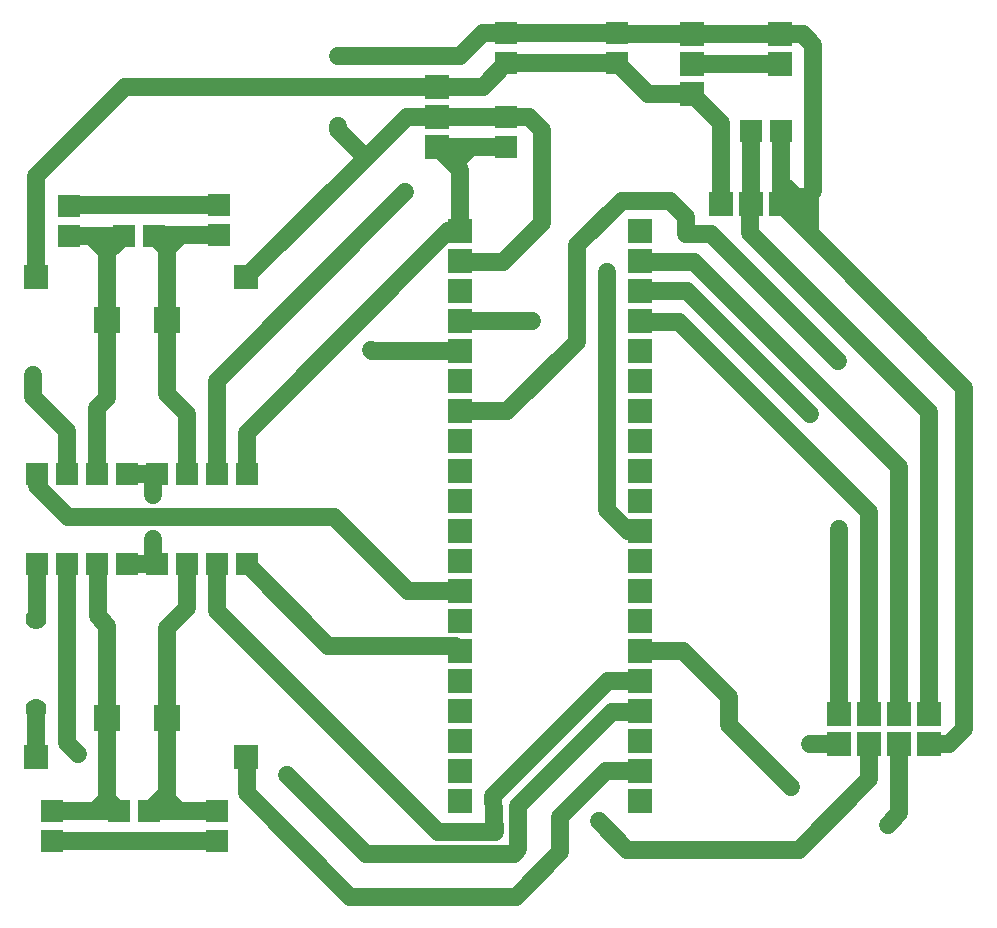
<source format=gbr>
G04 PROTEUS RS274X GERBER FILE*
%FSLAX45Y45*%
%MOMM*%
G01*
%ADD10C,1.524000*%
%ADD11C,0.762000*%
%ADD12R,1.905000X1.905000*%
%ADD13R,2.032000X2.032000*%
%ADD14R,2.286000X2.286000*%
%ADD15C,1.778000*%
D10*
X+2080000Y+776000D02*
X+680000Y+776000D01*
X+1658000Y+1184000D02*
X+1658000Y+1129160D01*
X+1757160Y+1030000D01*
X+1504000Y+1030000D02*
X+1757160Y+1030000D01*
X+2080000Y+1030000D01*
X+1658000Y+1820000D02*
X+1658000Y+1184000D01*
X+1504000Y+1030000D01*
X+1150000Y+1130000D02*
X+1050000Y+1030000D01*
X+1043766Y+1030000D01*
X+680000Y+1030000D02*
X+1043766Y+1030000D01*
X+1050000Y+1030000D02*
X+1250000Y+1030000D01*
X+1150000Y+1130000D02*
X+1250000Y+1030000D01*
X+2100000Y+6160000D02*
X+836000Y+6160000D01*
X+830000Y+6154000D01*
X+1760000Y+5906000D02*
X+1760000Y+5888000D01*
X+1658000Y+5786000D01*
X+2100000Y+5906000D02*
X+1760000Y+5906000D01*
X+1550000Y+5906000D01*
X+1544000Y+5900000D01*
X+1658000Y+5786000D01*
X+1658000Y+5190000D01*
X+1150000Y+5760000D02*
X+1020000Y+5890000D01*
X+1020000Y+5900000D01*
X+1290000Y+5900000D02*
X+1020000Y+5900000D01*
X+830000Y+5900000D01*
X+1290000Y+5900000D02*
X+1150000Y+5760000D01*
X+1150000Y+5190000D01*
X+6850000Y+7610000D02*
X+6100000Y+7610000D01*
X+6850000Y+7356000D02*
X+6100000Y+7356000D01*
X+6100000Y+7102000D02*
X+6346000Y+6856000D01*
X+6346000Y+6170000D01*
X+7100000Y+6250000D02*
X+7100000Y+5924000D01*
X+7112000Y+5912000D01*
X+6854000Y+6170000D02*
X+7100000Y+5924000D01*
X+7112000Y+5912000D02*
X+8408194Y+4615806D01*
X+8408194Y+1728195D01*
X+8279999Y+1600000D01*
X+8110000Y+1600000D01*
X+6850000Y+7610000D02*
X+7039999Y+7610000D01*
X+7130000Y+7519999D01*
X+7130000Y+6280000D01*
X+7100000Y+6250000D01*
X+6600000Y+6790000D02*
X+6600000Y+6170000D01*
X+6854000Y+6350000D02*
X+6979000Y+6225000D01*
X+7075000Y+6225000D01*
X+7100000Y+6250000D02*
X+7075000Y+6225000D01*
X+7020000Y+6170000D01*
X+6854000Y+6170000D01*
X+6854000Y+6790000D02*
X+6854000Y+6350000D01*
X+6854000Y+6170000D01*
X+6100000Y+7102000D02*
X+5728000Y+7102000D01*
X+5470000Y+7360000D01*
X+6100000Y+7610000D02*
X+5474000Y+7610000D01*
X+5470000Y+7614000D01*
X+4530000Y+7614000D01*
X+5470000Y+7360000D02*
X+4530000Y+7360000D01*
X+4530000Y+6910000D02*
X+3940000Y+6910000D01*
X+3940000Y+7164000D02*
X+4334000Y+7164000D01*
X+4530000Y+7360000D01*
X+3940000Y+7164000D02*
X+1304000Y+7164000D01*
X+550000Y+6410000D01*
X+550000Y+5550000D01*
X+3940000Y+6910000D02*
X+3688000Y+6910000D01*
X+3339000Y+6561000D01*
X+2328000Y+5550000D01*
X+3339000Y+6561000D02*
X+3105960Y+6794040D01*
X+3105960Y+6828605D01*
X+3105960Y+7418705D02*
X+4138704Y+7418705D01*
X+4333999Y+7614000D01*
X+4530000Y+7614000D01*
X+1568000Y+3118000D02*
X+1314000Y+3118000D01*
X+550000Y+1890000D02*
X+550000Y+1486000D01*
X+552000Y+3118000D02*
X+552000Y+2654000D01*
X+550000Y+2652000D01*
X+1150000Y+1760000D02*
X+1150000Y+1820000D01*
X+1150000Y+2600000D01*
X+1070000Y+2680000D01*
X+1070000Y+3108000D01*
X+1060000Y+3118000D01*
X+1150000Y+1760000D02*
X+1150000Y+1130000D01*
X+1658000Y+1820000D02*
X+1658000Y+2580278D01*
X+1824432Y+2746710D01*
X+1824432Y+3115568D01*
X+1822000Y+3118000D01*
X+1658000Y+5190000D02*
X+1658000Y+4559954D01*
X+1824432Y+4393522D01*
X+1824432Y+3975250D01*
X+1822000Y+3880000D01*
X+1150000Y+5190000D02*
X+1150000Y+4530000D01*
X+1060000Y+4440000D01*
X+1060000Y+3880000D01*
X+7856000Y+1854000D02*
X+7856000Y+3944000D01*
X+6120000Y+5680000D01*
X+5668000Y+5680000D01*
X+5664000Y+5684000D01*
X+7602000Y+1854000D02*
X+7602000Y+3565640D01*
X+5993334Y+5174306D01*
X+5665694Y+5174306D01*
X+5664000Y+5176000D01*
X+4140000Y+5938000D02*
X+4035333Y+5938000D01*
X+2330000Y+4232667D01*
X+2330000Y+3880000D01*
X+4230000Y+6656000D02*
X+4092000Y+6518000D01*
X+4078000Y+6518000D01*
X+4530000Y+6656000D02*
X+4230000Y+6656000D01*
X+3940000Y+6656000D01*
X+4140000Y+5938000D02*
X+4140000Y+6456000D01*
X+4078000Y+6518000D01*
X+3940000Y+6656000D01*
X+4530000Y+6910000D02*
X+4720000Y+6910000D01*
X+4830000Y+6800000D01*
X+4830000Y+6010000D01*
X+4500000Y+5680000D01*
X+4144000Y+5680000D01*
X+4140000Y+5684000D01*
X+4140000Y+2382000D02*
X+4092000Y+2430000D01*
X+3018000Y+2430000D01*
X+2330000Y+3118000D01*
X+7348000Y+1600000D02*
X+7099694Y+1600000D01*
X+7097938Y+1601756D01*
X+7097938Y+4393816D02*
X+6061754Y+5430000D01*
X+5664000Y+5430000D01*
X+8110000Y+1854000D02*
X+8110000Y+4410000D01*
X+6594538Y+5925462D01*
X+6594538Y+6164538D01*
X+6600000Y+6170000D01*
X+7348000Y+1854000D02*
X+7348000Y+3412657D01*
X+7350000Y+3414657D01*
X+7340000Y+4840000D02*
X+6264123Y+5915877D01*
X+6050917Y+5915877D01*
X+6050917Y+6061296D01*
X+5915191Y+6197022D01*
X+5507022Y+6197022D01*
X+5130000Y+5820000D01*
X+5130000Y+5004656D01*
X+4538550Y+4413206D01*
X+4140794Y+4413206D01*
X+4140000Y+4414000D01*
X+7856000Y+1600000D02*
X+7856000Y+1011548D01*
X+7760468Y+916016D01*
X+6936953Y+1233516D02*
X+6411094Y+1759375D01*
X+6411094Y+1997500D01*
X+6024141Y+2384453D01*
X+5666453Y+2384453D01*
X+5664000Y+2382000D01*
X+4140000Y+4922000D02*
X+3393663Y+4922000D01*
X+3379880Y+4935783D01*
X+520000Y+4720000D02*
X+520000Y+4536506D01*
X+809278Y+4247228D01*
X+809278Y+3883278D01*
X+806000Y+3880000D01*
X+2076000Y+3880000D02*
X+2076000Y+4672385D01*
X+3670602Y+6266987D01*
X+5384337Y+5593734D02*
X+5384337Y+3575663D01*
X+5562000Y+3398000D01*
X+5664000Y+3398000D01*
X+552000Y+3880000D02*
X+552000Y+3783024D01*
X+815024Y+3520000D01*
X+3070696Y+3520000D01*
X+3700696Y+2890000D01*
X+4140000Y+2890000D01*
X+1540000Y+3880000D02*
X+1540000Y+3710000D01*
X+1540822Y+3332809D02*
X+1540822Y+3145178D01*
X+1568000Y+3118000D01*
X+1568000Y+3880000D02*
X+1540000Y+3880000D01*
X+1314000Y+3880000D01*
X+2076000Y+3118000D02*
X+2076000Y+2724001D01*
X+3950001Y+850000D01*
X+4430000Y+850000D01*
X+4420000Y+1153846D01*
X+5393858Y+2127704D01*
X+5663704Y+2127704D01*
X+5664000Y+2128000D01*
X+806000Y+3118000D02*
X+806000Y+1607955D01*
X+900544Y+1513411D01*
X+2674402Y+1333954D02*
X+3338356Y+670000D01*
X+4591860Y+670000D01*
X+4627717Y+705857D01*
X+4627717Y+1071672D01*
X+5428369Y+1872324D01*
X+5662324Y+1872324D01*
X+5664000Y+1874000D01*
X+7602000Y+1600000D02*
X+7602000Y+1300989D01*
X+7004938Y+703927D01*
X+5553509Y+703927D01*
X+5315061Y+942375D01*
X+5315061Y+942376D01*
X+4743828Y+5174811D02*
X+4141189Y+5174811D01*
X+4140000Y+5176000D01*
X+5664000Y+1366000D02*
X+5369828Y+1366000D01*
X+4986379Y+982551D01*
X+4986379Y+679423D01*
X+4610083Y+303127D01*
X+3206873Y+303127D01*
X+2330000Y+1180000D01*
X+2330000Y+1484000D01*
X+2328000Y+1486000D01*
D11*
X+3105960Y+6828605D03*
X+3105960Y+7418705D03*
X+7097938Y+1601756D03*
X+7097938Y+4393816D03*
X+7350000Y+3414657D03*
X+7340000Y+4840000D03*
X+7760468Y+916016D03*
X+6936953Y+1233516D03*
X+3379880Y+4935783D03*
X+520000Y+4720000D03*
X+3670602Y+6266987D03*
X+5384337Y+5593734D03*
X+1540000Y+3710000D03*
X+1540822Y+3332809D03*
X+900544Y+1513411D03*
X+2674402Y+1333954D03*
X+5315061Y+942376D03*
X+4743828Y+5174811D03*
D12*
X+5470000Y+7360000D03*
X+5470000Y+7614000D03*
X+4530000Y+7360000D03*
X+4530000Y+7614000D03*
X+6854000Y+6790000D03*
X+6600000Y+6790000D03*
X+4530000Y+6910000D03*
X+4530000Y+6656000D03*
X+2100000Y+6160000D03*
X+2100000Y+5906000D03*
X+830000Y+6154000D03*
X+830000Y+5900000D03*
X+1544000Y+5900000D03*
X+1290000Y+5900000D03*
X+2080000Y+776000D03*
X+2080000Y+1030000D03*
X+1504000Y+1030000D03*
X+1250000Y+1030000D03*
X+680000Y+776000D03*
X+680000Y+1030000D03*
D13*
X+550000Y+5550000D03*
X+2328000Y+5550000D03*
X+550000Y+1486000D03*
X+2328000Y+1486000D03*
X+6850000Y+7610000D03*
X+6850000Y+7356000D03*
X+7856000Y+1600000D03*
X+7856000Y+1854000D03*
X+8110000Y+1600000D03*
X+7348000Y+1854000D03*
X+7348000Y+1600000D03*
X+7602000Y+1854000D03*
X+7602000Y+1600000D03*
X+8110000Y+1854000D03*
X+5664000Y+1112000D03*
X+4140000Y+5430000D03*
X+4140000Y+5938000D03*
X+5664000Y+1620000D03*
X+4140000Y+2382000D03*
X+4140000Y+2636000D03*
X+4140000Y+2890000D03*
X+4140000Y+3144000D03*
X+4140000Y+3398000D03*
X+4140000Y+3652000D03*
X+4140000Y+3906000D03*
X+4140000Y+4160000D03*
X+5664000Y+4922000D03*
X+5664000Y+4668000D03*
X+5664000Y+4414000D03*
X+5664000Y+4160000D03*
X+5664000Y+3906000D03*
X+5664000Y+3652000D03*
X+4140000Y+4414000D03*
X+4140000Y+4668000D03*
X+4140000Y+4922000D03*
X+5664000Y+3398000D03*
X+5664000Y+3144000D03*
X+5664000Y+2890000D03*
X+5664000Y+2636000D03*
X+5664000Y+2382000D03*
X+5664000Y+2128000D03*
X+5664000Y+1874000D03*
X+4140000Y+5176000D03*
X+5664000Y+5938000D03*
X+5664000Y+5684000D03*
X+5664000Y+5430000D03*
X+5664000Y+5176000D03*
X+4140000Y+1366000D03*
X+4140000Y+1620000D03*
X+4140000Y+1874000D03*
X+5664000Y+1366000D03*
X+4140000Y+5684000D03*
X+4140000Y+2128000D03*
X+4140000Y+1112000D03*
D12*
X+2330000Y+3118000D03*
X+2076000Y+3118000D03*
X+1822000Y+3118000D03*
X+1568000Y+3118000D03*
X+1314000Y+3118000D03*
X+1060000Y+3118000D03*
X+806000Y+3118000D03*
X+552000Y+3118000D03*
X+552000Y+3880000D03*
X+806000Y+3880000D03*
X+1060000Y+3880000D03*
X+1314000Y+3880000D03*
X+1568000Y+3880000D03*
X+1822000Y+3880000D03*
X+2076000Y+3880000D03*
X+2330000Y+3880000D03*
D13*
X+3940000Y+7164000D03*
X+3940000Y+6910000D03*
X+3940000Y+6656000D03*
X+6854000Y+6170000D03*
X+6600000Y+6170000D03*
X+6346000Y+6170000D03*
D14*
X+1658000Y+5190000D03*
X+1150000Y+5190000D03*
X+1658000Y+1820000D03*
X+1150000Y+1820000D03*
D15*
X+550000Y+1890000D03*
X+550000Y+2652000D03*
D13*
X+6100000Y+7610000D03*
X+6100000Y+7356000D03*
X+6100000Y+7102000D03*
M02*

</source>
